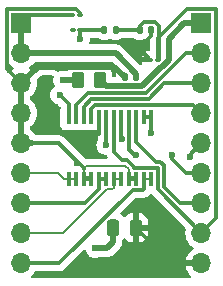
<source format=gbr>
%TF.GenerationSoftware,KiCad,Pcbnew,8.0.2-8.0.2-0~ubuntu22.04.1*%
%TF.CreationDate,2024-06-02T15:46:05+09:00*%
%TF.ProjectId,TB6211_ver2,54423632-3131-45f7-9665-72322e6b6963,rev?*%
%TF.SameCoordinates,Original*%
%TF.FileFunction,Copper,L1,Top*%
%TF.FilePolarity,Positive*%
%FSLAX46Y46*%
G04 Gerber Fmt 4.6, Leading zero omitted, Abs format (unit mm)*
G04 Created by KiCad (PCBNEW 8.0.2-8.0.2-0~ubuntu22.04.1) date 2024-06-02 15:46:05*
%MOMM*%
%LPD*%
G01*
G04 APERTURE LIST*
G04 Aperture macros list*
%AMRoundRect*
0 Rectangle with rounded corners*
0 $1 Rounding radius*
0 $2 $3 $4 $5 $6 $7 $8 $9 X,Y pos of 4 corners*
0 Add a 4 corners polygon primitive as box body*
4,1,4,$2,$3,$4,$5,$6,$7,$8,$9,$2,$3,0*
0 Add four circle primitives for the rounded corners*
1,1,$1+$1,$2,$3*
1,1,$1+$1,$4,$5*
1,1,$1+$1,$6,$7*
1,1,$1+$1,$8,$9*
0 Add four rect primitives between the rounded corners*
20,1,$1+$1,$2,$3,$4,$5,0*
20,1,$1+$1,$4,$5,$6,$7,0*
20,1,$1+$1,$6,$7,$8,$9,0*
20,1,$1+$1,$8,$9,$2,$3,0*%
G04 Aperture macros list end*
%TA.AperFunction,SMDPad,CuDef*%
%ADD10R,0.400000X1.200000*%
%TD*%
%TA.AperFunction,SMDPad,CuDef*%
%ADD11RoundRect,0.250000X-0.262500X-0.450000X0.262500X-0.450000X0.262500X0.450000X-0.262500X0.450000X0*%
%TD*%
%TA.AperFunction,SMDPad,CuDef*%
%ADD12RoundRect,0.250000X-0.250000X-0.475000X0.250000X-0.475000X0.250000X0.475000X-0.250000X0.475000X0*%
%TD*%
%TA.AperFunction,ComponentPad*%
%ADD13R,1.700000X1.700000*%
%TD*%
%TA.AperFunction,ComponentPad*%
%ADD14O,1.700000X1.700000*%
%TD*%
%TA.AperFunction,SMDPad,CuDef*%
%ADD15RoundRect,0.140000X-0.140000X-0.170000X0.140000X-0.170000X0.140000X0.170000X-0.140000X0.170000X0*%
%TD*%
%TA.AperFunction,SMDPad,CuDef*%
%ADD16RoundRect,0.100000X-0.130000X-0.100000X0.130000X-0.100000X0.130000X0.100000X-0.130000X0.100000X0*%
%TD*%
%TA.AperFunction,SMDPad,CuDef*%
%ADD17RoundRect,0.100000X0.130000X0.100000X-0.130000X0.100000X-0.130000X-0.100000X0.130000X-0.100000X0*%
%TD*%
%TA.AperFunction,ViaPad*%
%ADD18C,0.600000*%
%TD*%
%TA.AperFunction,Conductor*%
%ADD19C,0.300000*%
%TD*%
%TA.AperFunction,Conductor*%
%ADD20C,0.500000*%
%TD*%
%TA.AperFunction,Conductor*%
%ADD21C,0.200000*%
%TD*%
G04 APERTURE END LIST*
D10*
%TO.P,U1,24,VM1*%
%TO.N,Net-(U1-VM1)*%
X125507500Y-80900000D03*
%TO.P,U1,23,PWMA*%
%TO.N,PWMA*%
X126142500Y-80900000D03*
%TO.P,U1,22,AIN2*%
%TO.N,AIN2*%
X126777500Y-80900000D03*
%TO.P,U1,21,AIN1*%
%TO.N,AIN1*%
X127412500Y-80900000D03*
%TO.P,U1,20,Vcc*%
%TO.N,VCC*%
X128047500Y-80900000D03*
%TO.P,U1,19,STBY*%
%TO.N,STBY*%
X128682500Y-80900000D03*
%TO.P,U1,18,GND*%
%TO.N,sankaku*%
X129317500Y-80900000D03*
%TO.P,U1,17,BIN1*%
%TO.N,BIN1*%
X129952500Y-80900000D03*
%TO.P,U1,16,BIN2*%
%TO.N,BIN2*%
X130587500Y-80900000D03*
%TO.P,U1,15,PWMB*%
%TO.N,PWMB*%
X131222500Y-80900000D03*
%TO.P,U1,14,VM3*%
%TO.N,VM*%
X131857500Y-80900000D03*
%TO.P,U1,13,VM2*%
X132492500Y-80900000D03*
%TO.P,U1,12,BO1*%
%TO.N,Net-(Conn1-Pin_9)*%
X132492500Y-86100000D03*
%TO.P,U1,11,BO1*%
X131857500Y-86100000D03*
%TO.P,U1,10,PGND2*%
%TO.N,GND*%
X131222500Y-86100000D03*
%TO.P,U1,9,PGND2*%
X130587500Y-86100000D03*
%TO.P,U1,8,BO2*%
%TO.N,Net-(Conn1-Pin_8)*%
X129952500Y-86100000D03*
%TO.P,U1,7,BO2*%
X129317500Y-86100000D03*
%TO.P,U1,6,AO2*%
%TO.N,Net-(Conn1-Pin_7)*%
X128682500Y-86100000D03*
%TO.P,U1,5,AO2*%
X128047500Y-86100000D03*
%TO.P,U1,4,PGND1*%
%TO.N,GND*%
X127412500Y-86100000D03*
%TO.P,U1,3,PGND1*%
X126777500Y-86100000D03*
%TO.P,U1,2,AO1*%
%TO.N,Net-(Conn1-Pin_6)*%
X126142500Y-86100000D03*
%TO.P,U1,1,AO1*%
X125507500Y-86100000D03*
%TD*%
D11*
%TO.P,R1,1*%
%TO.N,Net-(J1-Pad1)*%
X126337500Y-77750000D03*
%TO.P,R1,2*%
%TO.N,STBY*%
X128162500Y-77750000D03*
%TD*%
D12*
%TO.P,J1,1*%
%TO.N,Net-(J1-Pad1)*%
X129300000Y-90250000D03*
%TO.P,J1,2*%
%TO.N,VCC*%
X131200000Y-90250000D03*
%TD*%
D13*
%TO.P,Conn2,1,Pin_1*%
%TO.N,STBY*%
X136750000Y-72930000D03*
D14*
%TO.P,Conn2,2,Pin_2*%
%TO.N,PWMA*%
X136750000Y-75470000D03*
%TO.P,Conn2,3,Pin_3*%
%TO.N,AIN2*%
X136750000Y-78010000D03*
%TO.P,Conn2,4,Pin_4*%
%TO.N,AIN1*%
X136750000Y-80550000D03*
%TO.P,Conn2,5,Pin_5*%
%TO.N,BIN1*%
X136750000Y-83090000D03*
%TO.P,Conn2,6,Pin_6*%
%TO.N,BIN2*%
X136750000Y-85630000D03*
%TO.P,Conn2,7,Pin_7*%
%TO.N,PWMB*%
X136750000Y-88170000D03*
%TO.P,Conn2,8,Pin_8*%
%TO.N,sankaku*%
X136750000Y-90710000D03*
%TO.P,Conn2,9,Pin_9*%
%TO.N,VCC*%
X136750000Y-93250000D03*
%TD*%
D13*
%TO.P,Conn1,1,Pin_1*%
%TO.N,VM*%
X121500000Y-72920000D03*
D14*
%TO.P,Conn1,2,Pin_2*%
X121500000Y-75460000D03*
%TO.P,Conn1,3,Pin_3*%
%TO.N,GND*%
X121500000Y-78000000D03*
%TO.P,Conn1,4,Pin_4*%
X121500000Y-80540000D03*
%TO.P,Conn1,5,Pin_5*%
X121500000Y-83080000D03*
%TO.P,Conn1,6,Pin_6*%
%TO.N,Net-(Conn1-Pin_6)*%
X121500000Y-85620000D03*
%TO.P,Conn1,7,Pin_7*%
%TO.N,Net-(Conn1-Pin_7)*%
X121500000Y-88160000D03*
%TO.P,Conn1,8,Pin_8*%
%TO.N,Net-(Conn1-Pin_8)*%
X121500000Y-90700000D03*
%TO.P,Conn1,9,Pin_9*%
%TO.N,Net-(Conn1-Pin_9)*%
X121500000Y-93240000D03*
%TD*%
D15*
%TO.P,C6,1*%
%TO.N,GND*%
X130270000Y-77500000D03*
%TO.P,C6,2*%
%TO.N,VM*%
X131230000Y-77500000D03*
%TD*%
D16*
%TO.P,C5,1*%
%TO.N,VM*%
X125835000Y-72250000D03*
%TO.P,C5,2*%
%TO.N,GND*%
X126475000Y-72250000D03*
%TD*%
D15*
%TO.P,C4,1*%
%TO.N,sankaku*%
X131540000Y-73500000D03*
%TO.P,C4,2*%
%TO.N,VCC*%
X132500000Y-73500000D03*
%TD*%
D16*
%TO.P,C3,1*%
%TO.N,VCC*%
X132430000Y-76000000D03*
%TO.P,C3,2*%
%TO.N,sankaku*%
X133070000Y-76000000D03*
%TD*%
D15*
%TO.P,C2,1*%
%TO.N,Net-(U1-VM1)*%
X128540000Y-73500000D03*
%TO.P,C2,2*%
%TO.N,sankaku*%
X129500000Y-73500000D03*
%TD*%
D17*
%TO.P,C1,1*%
%TO.N,Net-(U1-VM1)*%
X126500000Y-73500000D03*
%TO.P,C1,2*%
%TO.N,sankaku*%
X125860000Y-73500000D03*
%TD*%
D18*
%TO.N,STBY*%
X128667500Y-83250000D03*
%TO.N,VM*%
X132500000Y-82250000D03*
%TO.N,BIN2*%
X131200000Y-84100000D03*
X134290380Y-84100000D03*
%TO.N,BIN1*%
X135750000Y-84250000D03*
X130000000Y-82750000D03*
%TO.N,Net-(J1-Pad1)*%
X125000000Y-77750000D03*
X127750000Y-92000000D03*
%TO.N,VCC*%
X131250000Y-75250000D03*
X131250000Y-88500000D03*
X128000000Y-82250000D03*
%TO.N,Net-(U1-VM1)*%
X126500000Y-74250000D03*
X124750000Y-79000000D03*
%TD*%
D19*
%TO.N,STBY*%
X128682500Y-83235000D02*
X128667500Y-83250000D01*
X128682500Y-80900000D02*
X128682500Y-83235000D01*
%TO.N,sankaku*%
X136750000Y-90710000D02*
X136750000Y-91000000D01*
X133070000Y-76000000D02*
X133070000Y-74210000D01*
X133070000Y-74210000D02*
X135550000Y-71730000D01*
X135550000Y-71730000D02*
X137950000Y-71730000D01*
X137950000Y-71730000D02*
X138000000Y-71780000D01*
X138000000Y-71780000D02*
X138000000Y-89460000D01*
X138000000Y-89460000D02*
X136750000Y-90710000D01*
%TO.N,GND*%
X126475000Y-72250000D02*
X126475000Y-72020832D01*
X126475000Y-72020832D02*
X126154168Y-71700000D01*
X126154168Y-71700000D02*
X120320000Y-71700000D01*
X120320000Y-71700000D02*
X120300000Y-71720000D01*
X120300000Y-71720000D02*
X120300000Y-76800000D01*
X120300000Y-76800000D02*
X121500000Y-78000000D01*
%TO.N,VM*%
X132492500Y-82242500D02*
X132500000Y-82250000D01*
X132492500Y-80900000D02*
X132492500Y-82242500D01*
X131857500Y-80900000D02*
X132492500Y-80900000D01*
%TO.N,PWMB*%
X136750000Y-88170000D02*
X134920000Y-88170000D01*
X134920000Y-88170000D02*
X133542500Y-86792500D01*
X133542500Y-86792500D02*
X133542500Y-84942893D01*
X133542500Y-84942893D02*
X133249607Y-84650000D01*
X133249607Y-84650000D02*
X132900000Y-84650000D01*
X132900000Y-84650000D02*
X131222500Y-82972500D01*
X131222500Y-82972500D02*
X131222500Y-80900000D01*
%TO.N,BIN2*%
X134290380Y-84100000D02*
X134290380Y-84459619D01*
X134290380Y-84459619D02*
X135460761Y-85630000D01*
X135460761Y-85630000D02*
X136750000Y-85630000D01*
X131200000Y-84100000D02*
X131100000Y-84100000D01*
X131100000Y-84100000D02*
X130650000Y-83650000D01*
X130650000Y-80962500D02*
X130587500Y-80900000D01*
X130650000Y-83650000D02*
X130650000Y-80962500D01*
%TO.N,BIN1*%
X135750000Y-84250000D02*
X135750000Y-84090000D01*
X135750000Y-84090000D02*
X136750000Y-83090000D01*
X130000000Y-82750000D02*
X129952500Y-82702500D01*
X129952500Y-82702500D02*
X129952500Y-80900000D01*
D20*
%TO.N,Net-(J1-Pad1)*%
X127750000Y-92000000D02*
X128750000Y-92000000D01*
X128750000Y-92000000D02*
X129300000Y-91450000D01*
X129300000Y-91450000D02*
X129300000Y-90250000D01*
X126337500Y-77750000D02*
X125000000Y-77750000D01*
D19*
%TO.N,sankaku*%
X131540000Y-73500000D02*
X131540000Y-73190001D01*
X131540000Y-73190001D02*
X131890001Y-72840000D01*
X131890001Y-72840000D02*
X132846846Y-72840000D01*
X132846846Y-72840000D02*
X133130000Y-73123154D01*
X133130000Y-73123154D02*
X133130000Y-75940000D01*
X133130000Y-75940000D02*
X133070000Y-76000000D01*
%TO.N,VCC*%
X131250000Y-75250000D02*
X132500000Y-74000000D01*
X132500000Y-74000000D02*
X132500000Y-73500000D01*
X131250000Y-75250000D02*
X131680000Y-75250000D01*
X131680000Y-75250000D02*
X132430000Y-76000000D01*
X131250000Y-90200000D02*
X131200000Y-90250000D01*
X128047500Y-80900000D02*
X128047500Y-82202500D01*
X128047500Y-82202500D02*
X128000000Y-82250000D01*
X131250000Y-88500000D02*
X131250000Y-90200000D01*
%TO.N,Net-(U1-VM1)*%
X125507500Y-80900000D02*
X125507500Y-79757500D01*
X125507500Y-79757500D02*
X124750000Y-79000000D01*
X126500000Y-74250000D02*
X126500000Y-73500000D01*
%TO.N,sankaku*%
X136750000Y-90710000D02*
X133042500Y-87002500D01*
X130050000Y-84550000D02*
X129317500Y-83817500D01*
X133042500Y-87002500D02*
X133042500Y-85150000D01*
X133042500Y-85150000D02*
X131037500Y-85150000D01*
X131037500Y-85150000D02*
X131037500Y-85113604D01*
X131037500Y-85113604D02*
X130473896Y-84550000D01*
X129317500Y-83817500D02*
X129317500Y-80900000D01*
X130473896Y-84550000D02*
X130050000Y-84550000D01*
%TO.N,VCC*%
X131200000Y-90250000D02*
X134200000Y-93250000D01*
X134200000Y-93250000D02*
X136750000Y-93250000D01*
%TO.N,Net-(Conn1-Pin_9)*%
X121500000Y-93240000D02*
X124729544Y-93240000D01*
X124729544Y-93240000D02*
X130919544Y-87050000D01*
X130919544Y-87050000D02*
X131807500Y-87050000D01*
X131807500Y-87050000D02*
X131857500Y-87000000D01*
X131857500Y-87000000D02*
X131857500Y-86100000D01*
D21*
%TO.N,Net-(Conn1-Pin_8)*%
X129317500Y-86100000D02*
X129317500Y-86865000D01*
X129317500Y-86865000D02*
X129182500Y-87000000D01*
X125050000Y-90700000D02*
X121500000Y-90700000D01*
X129182500Y-87000000D02*
X128750000Y-87000000D01*
X128750000Y-87000000D02*
X125050000Y-90700000D01*
D19*
%TO.N,Net-(Conn1-Pin_7)*%
X128047500Y-86100000D02*
X128682500Y-86100000D01*
X128047500Y-86100000D02*
X128047500Y-87000000D01*
X128047500Y-87000000D02*
X126887500Y-88160000D01*
X126887500Y-88160000D02*
X121500000Y-88160000D01*
%TO.N,AIN1*%
X127412500Y-80900000D02*
X127412500Y-80197500D01*
X127412500Y-80197500D02*
X127750000Y-79860000D01*
X136060000Y-79860000D02*
X127750000Y-79860000D01*
X136750000Y-80550000D02*
X136060000Y-79860000D01*
%TO.N,AIN2*%
X126777500Y-80900000D02*
X126777500Y-80000000D01*
X133626222Y-78010000D02*
X136750000Y-78010000D01*
X126777500Y-80000000D02*
X127417500Y-79360000D01*
X127417500Y-79360000D02*
X132276222Y-79360000D01*
X132276222Y-79360000D02*
X133626222Y-78010000D01*
%TO.N,PWMA*%
X136750000Y-75470000D02*
X135459116Y-75470000D01*
X135459116Y-75470000D02*
X132069116Y-78860000D01*
X132069116Y-78860000D02*
X127140000Y-78860000D01*
X127140000Y-78860000D02*
X126142500Y-79857500D01*
X126142500Y-79857500D02*
X126142500Y-80900000D01*
D20*
%TO.N,STBY*%
X136750000Y-72930000D02*
X135320000Y-72930000D01*
X134000000Y-74250000D02*
X134000000Y-76080588D01*
X135320000Y-72930000D02*
X134000000Y-74250000D01*
X134000000Y-76080588D02*
X133430588Y-76650000D01*
X133430588Y-76650000D02*
X133350000Y-76650000D01*
X133350000Y-76650000D02*
X131740000Y-78260000D01*
X131740000Y-78260000D02*
X128672500Y-78260000D01*
X128672500Y-78260000D02*
X128162500Y-77750000D01*
D19*
%TO.N,sankaku*%
X129500000Y-73500000D02*
X131540000Y-73500000D01*
%TO.N,Net-(U1-VM1)*%
X126500000Y-73500000D02*
X128540000Y-73500000D01*
%TO.N,VM*%
X125835000Y-72250000D02*
X122170000Y-72250000D01*
X122170000Y-72250000D02*
X121500000Y-72920000D01*
D20*
%TO.N,GND*%
X130270000Y-77500000D02*
X129370000Y-76600000D01*
X129370000Y-76600000D02*
X122900000Y-76600000D01*
X122900000Y-76600000D02*
X121500000Y-78000000D01*
X121500000Y-78000000D02*
X121500000Y-83080000D01*
%TO.N,VM*%
X121500000Y-75460000D02*
X129499999Y-75460000D01*
X129499999Y-75460000D02*
X131230000Y-77190001D01*
X131230000Y-77190001D02*
X131230000Y-77500000D01*
X121500000Y-72920000D02*
X121500000Y-75460000D01*
D21*
%TO.N,GND*%
X126777500Y-86100000D02*
X126777500Y-85250000D01*
X126777500Y-85250000D02*
X126777500Y-85222500D01*
D19*
X121500000Y-83080000D02*
X124657500Y-83080000D01*
X124657500Y-83080000D02*
X126777500Y-85200000D01*
X126777500Y-85200000D02*
X126777500Y-85250000D01*
D21*
X126777500Y-85222500D02*
X127000000Y-85000000D01*
X130287500Y-85000000D02*
X130587500Y-85300000D01*
X127000000Y-85000000D02*
X130287500Y-85000000D01*
X130587500Y-85300000D02*
X130587500Y-86100000D01*
%TO.N,Net-(Conn1-Pin_6)*%
X125507500Y-86100000D02*
X125100000Y-86100000D01*
X125100000Y-86100000D02*
X124620000Y-85620000D01*
X124620000Y-85620000D02*
X121500000Y-85620000D01*
X125507500Y-86100000D02*
X126142500Y-86100000D01*
%TO.N,Net-(Conn1-Pin_9)*%
X132492500Y-86100000D02*
X131857500Y-86100000D01*
%TO.N,Net-(Conn1-Pin_8)*%
X129317500Y-86100000D02*
X129952500Y-86100000D01*
%TO.N,GND*%
X130587500Y-86100000D02*
X131222500Y-86100000D01*
X127412500Y-86100000D02*
X126777500Y-86100000D01*
%TD*%
%TA.AperFunction,Conductor*%
%TO.N,GND*%
G36*
X127290039Y-85919685D02*
G01*
X127335794Y-85972489D01*
X127347000Y-86023999D01*
X127347001Y-86175999D01*
X127327317Y-86243039D01*
X127274513Y-86288794D01*
X127223001Y-86300000D01*
X126966999Y-86300000D01*
X126899960Y-86280315D01*
X126854205Y-86227511D01*
X126842999Y-86176000D01*
X126842999Y-86024000D01*
X126862684Y-85956961D01*
X126915488Y-85911206D01*
X126966999Y-85900000D01*
X127223000Y-85900000D01*
X127290039Y-85919685D01*
G37*
%TD.AperFunction*%
%TA.AperFunction,Conductor*%
G36*
X131100039Y-85919685D02*
G01*
X131145794Y-85972489D01*
X131157000Y-86023999D01*
X131157001Y-86175999D01*
X131137317Y-86243039D01*
X131084513Y-86288794D01*
X131033001Y-86300000D01*
X130776999Y-86300000D01*
X130709960Y-86280315D01*
X130664205Y-86227511D01*
X130652999Y-86176000D01*
X130652999Y-86024000D01*
X130672684Y-85956961D01*
X130725488Y-85911206D01*
X130776999Y-85900000D01*
X131033000Y-85900000D01*
X131100039Y-85919685D01*
G37*
%TD.AperFunction*%
%TA.AperFunction,Conductor*%
G36*
X122430826Y-82841205D02*
G01*
X122548262Y-82894838D01*
X122615301Y-82914523D01*
X122615305Y-82914524D01*
X122757721Y-82935000D01*
X124659571Y-82935000D01*
X124683762Y-82937383D01*
X124687809Y-82938188D01*
X124711070Y-82945244D01*
X124714899Y-82946830D01*
X124736326Y-82958281D01*
X124739772Y-82960583D01*
X124758573Y-82976011D01*
X126503183Y-84720622D01*
X126503200Y-84720638D01*
X126503204Y-84720641D01*
X126526636Y-84741689D01*
X126543445Y-84756787D01*
X126551676Y-84763420D01*
X126564089Y-84773423D01*
X126567799Y-84776098D01*
X126570579Y-84778102D01*
X126613444Y-84833277D01*
X126619676Y-84902868D01*
X126587294Y-84964781D01*
X126526580Y-84999358D01*
X126511313Y-85001972D01*
X126475598Y-85005812D01*
X126449090Y-85005812D01*
X126390373Y-84999500D01*
X126390367Y-84999500D01*
X126106693Y-84999500D01*
X126039654Y-84979815D01*
X125993899Y-84927011D01*
X125983009Y-84884346D01*
X125979356Y-84833277D01*
X125972806Y-84741690D01*
X125922524Y-84606881D01*
X125889039Y-84545558D01*
X125802815Y-84430377D01*
X125802810Y-84430372D01*
X125802805Y-84430366D01*
X124781830Y-83409392D01*
X124781815Y-83409377D01*
X124781791Y-83409355D01*
X124741573Y-83373228D01*
X124741561Y-83373218D01*
X124720910Y-83356576D01*
X124677028Y-83324933D01*
X124546154Y-83265163D01*
X124479109Y-83245476D01*
X124402899Y-83234519D01*
X124336692Y-83225000D01*
X122757722Y-83225000D01*
X122660083Y-83234519D01*
X122660078Y-83234519D01*
X122660077Y-83234520D01*
X122613083Y-83243771D01*
X122613081Y-83243771D01*
X122519131Y-83271966D01*
X122519130Y-83271966D01*
X122449528Y-83312892D01*
X122386678Y-83330000D01*
X121933012Y-83330000D01*
X121965925Y-83272993D01*
X122000000Y-83145826D01*
X122000000Y-83014174D01*
X121965925Y-82887007D01*
X121933012Y-82830000D01*
X122379315Y-82830000D01*
X122430826Y-82841205D01*
G37*
%TD.AperFunction*%
%TA.AperFunction,Conductor*%
G36*
X121750000Y-81684054D02*
G01*
X121748738Y-81701699D01*
X121745000Y-81727696D01*
X121745000Y-81892295D01*
X121749415Y-81937585D01*
X121750000Y-81949616D01*
X121750000Y-82646988D01*
X121692993Y-82614075D01*
X121565826Y-82580000D01*
X121434174Y-82580000D01*
X121307007Y-82614075D01*
X121250000Y-82646988D01*
X121250000Y-81935943D01*
X121251262Y-81918297D01*
X121251395Y-81917368D01*
X121255000Y-81892298D01*
X121255000Y-81727700D01*
X121250585Y-81682413D01*
X121250000Y-81670382D01*
X121250000Y-80973012D01*
X121307007Y-81005925D01*
X121434174Y-81040000D01*
X121565826Y-81040000D01*
X121692993Y-81005925D01*
X121750000Y-80973012D01*
X121750000Y-81684054D01*
G37*
%TD.AperFunction*%
%TA.AperFunction,Conductor*%
G36*
X121750000Y-79144054D02*
G01*
X121748738Y-79161699D01*
X121745000Y-79187696D01*
X121745000Y-79352295D01*
X121749415Y-79397585D01*
X121750000Y-79409616D01*
X121750000Y-80106988D01*
X121692993Y-80074075D01*
X121565826Y-80040000D01*
X121434174Y-80040000D01*
X121307007Y-80074075D01*
X121250000Y-80106988D01*
X121250000Y-79395943D01*
X121251262Y-79378297D01*
X121251395Y-79377368D01*
X121255000Y-79352298D01*
X121255000Y-79187700D01*
X121250585Y-79142413D01*
X121250000Y-79130382D01*
X121250000Y-78433012D01*
X121307007Y-78465925D01*
X121434174Y-78500000D01*
X121565826Y-78500000D01*
X121692993Y-78465925D01*
X121750000Y-78433012D01*
X121750000Y-79144054D01*
G37*
%TD.AperFunction*%
%TA.AperFunction,Conductor*%
G36*
X129204808Y-76230185D02*
G01*
X129225450Y-76246819D01*
X129679085Y-76700454D01*
X129712570Y-76761777D01*
X129707586Y-76831469D01*
X129679086Y-76875816D01*
X129620282Y-76934620D01*
X129620278Y-76934625D01*
X129537969Y-77073803D01*
X129492854Y-77229089D01*
X129492854Y-77229092D01*
X129490000Y-77265355D01*
X129490000Y-77385500D01*
X129470315Y-77452539D01*
X129417511Y-77498294D01*
X129366000Y-77509500D01*
X129299499Y-77509500D01*
X129232460Y-77489815D01*
X129186705Y-77437011D01*
X129175499Y-77385500D01*
X129175499Y-77249998D01*
X129175498Y-77249981D01*
X129164999Y-77147203D01*
X129164998Y-77147200D01*
X129154414Y-77115260D01*
X129109814Y-76980666D01*
X129017712Y-76831344D01*
X128893656Y-76707288D01*
X128774893Y-76634035D01*
X128744336Y-76615187D01*
X128744331Y-76615185D01*
X128742862Y-76614698D01*
X128577797Y-76560001D01*
X128577795Y-76560000D01*
X128475010Y-76549500D01*
X127849998Y-76549500D01*
X127849980Y-76549501D01*
X127747203Y-76560000D01*
X127747200Y-76560001D01*
X127580668Y-76615185D01*
X127580663Y-76615187D01*
X127431342Y-76707289D01*
X127337681Y-76800951D01*
X127276358Y-76834436D01*
X127206666Y-76829452D01*
X127162319Y-76800951D01*
X127068657Y-76707289D01*
X127068656Y-76707288D01*
X126949893Y-76634035D01*
X126919336Y-76615187D01*
X126919331Y-76615185D01*
X126917862Y-76614698D01*
X126752797Y-76560001D01*
X126752795Y-76560000D01*
X126650010Y-76549500D01*
X126024998Y-76549500D01*
X126024980Y-76549501D01*
X125922203Y-76560000D01*
X125922200Y-76560001D01*
X125755668Y-76615185D01*
X125755663Y-76615187D01*
X125606342Y-76707289D01*
X125482289Y-76831342D01*
X125464993Y-76859384D01*
X125418585Y-76934625D01*
X125414901Y-76940597D01*
X125362953Y-76987321D01*
X125309362Y-76999500D01*
X125299972Y-76999500D01*
X125259017Y-76992542D01*
X125179254Y-76964631D01*
X125179249Y-76964630D01*
X125000004Y-76944435D01*
X124999996Y-76944435D01*
X124820750Y-76964630D01*
X124820742Y-76964632D01*
X124645861Y-77025826D01*
X124576083Y-77029387D01*
X124523704Y-77002496D01*
X124457276Y-76944935D01*
X124457268Y-76944930D01*
X124326402Y-76885164D01*
X124326397Y-76885162D01*
X124326396Y-76885162D01*
X124259357Y-76865477D01*
X124259359Y-76865477D01*
X124259354Y-76865476D01*
X124204427Y-76857579D01*
X124116937Y-76845000D01*
X123262230Y-76845000D01*
X123262228Y-76845000D01*
X123208179Y-76847897D01*
X123208178Y-76847897D01*
X123181850Y-76850728D01*
X123128429Y-76859384D01*
X123128427Y-76859385D01*
X122993632Y-76909656D01*
X122993629Y-76909657D01*
X122932295Y-76943146D01*
X122932288Y-76943150D01*
X122932282Y-76943154D01*
X122817114Y-77029367D01*
X122817103Y-77029377D01*
X122715515Y-77130965D01*
X122654192Y-77164449D01*
X122584500Y-77159465D01*
X122540153Y-77130964D01*
X122371078Y-76961890D01*
X122185405Y-76831879D01*
X122141780Y-76777302D01*
X122134588Y-76707804D01*
X122166110Y-76645449D01*
X122185406Y-76628730D01*
X122371401Y-76498495D01*
X122538495Y-76331401D01*
X122586127Y-76263376D01*
X122640704Y-76219751D01*
X122687701Y-76210500D01*
X129137769Y-76210500D01*
X129204808Y-76230185D01*
G37*
%TD.AperFunction*%
%TA.AperFunction,Conductor*%
G36*
X120455703Y-76326045D02*
G01*
X120462181Y-76332077D01*
X120628599Y-76498495D01*
X120795252Y-76615187D01*
X120814594Y-76628730D01*
X120858219Y-76683307D01*
X120865413Y-76752805D01*
X120833890Y-76815160D01*
X120814595Y-76831880D01*
X120628922Y-76961890D01*
X120628920Y-76961891D01*
X120462181Y-77128631D01*
X120400858Y-77162116D01*
X120331166Y-77157132D01*
X120275233Y-77115260D01*
X120250816Y-77049796D01*
X120250500Y-77040950D01*
X120250500Y-76419758D01*
X120270185Y-76352719D01*
X120322989Y-76306964D01*
X120392147Y-76297020D01*
X120455703Y-76326045D01*
G37*
%TD.AperFunction*%
%TD*%
%TA.AperFunction,Conductor*%
%TO.N,VCC*%
G36*
X132492083Y-87387876D02*
G01*
X132536431Y-87416377D01*
X135402290Y-90282236D01*
X135435775Y-90343559D01*
X135434384Y-90402008D01*
X135414937Y-90474589D01*
X135414937Y-90474590D01*
X135394341Y-90709999D01*
X135394341Y-90710000D01*
X135414936Y-90945403D01*
X135414938Y-90945413D01*
X135476094Y-91173655D01*
X135476096Y-91173659D01*
X135476097Y-91173663D01*
X135571302Y-91377830D01*
X135575965Y-91387830D01*
X135575967Y-91387834D01*
X135711501Y-91581395D01*
X135711506Y-91581402D01*
X135878597Y-91748493D01*
X135878603Y-91748498D01*
X136064594Y-91878730D01*
X136108219Y-91933307D01*
X136115413Y-92002805D01*
X136083890Y-92065160D01*
X136064595Y-92081880D01*
X135878922Y-92211890D01*
X135878920Y-92211891D01*
X135711891Y-92378920D01*
X135711886Y-92378926D01*
X135576400Y-92572420D01*
X135576399Y-92572422D01*
X135476570Y-92786507D01*
X135476567Y-92786513D01*
X135419364Y-92999999D01*
X135419364Y-93000000D01*
X136316988Y-93000000D01*
X136284075Y-93057007D01*
X136250000Y-93184174D01*
X136250000Y-93315826D01*
X136284075Y-93442993D01*
X136316988Y-93500000D01*
X135419364Y-93500000D01*
X135476567Y-93713486D01*
X135476570Y-93713492D01*
X135576399Y-93927578D01*
X135711894Y-94121082D01*
X135878631Y-94287819D01*
X135912116Y-94349142D01*
X135907132Y-94418834D01*
X135865260Y-94474767D01*
X135799796Y-94499184D01*
X135790950Y-94499500D01*
X122448705Y-94499500D01*
X122381666Y-94479815D01*
X122335911Y-94427011D01*
X122325967Y-94357853D01*
X122354992Y-94294297D01*
X122368993Y-94280516D01*
X122371396Y-94278498D01*
X122371401Y-94278495D01*
X122538495Y-94111401D01*
X122656147Y-93943377D01*
X122710724Y-93899752D01*
X122757722Y-93890500D01*
X124793615Y-93890500D01*
X124878159Y-93873682D01*
X124919288Y-93865501D01*
X125037671Y-93816465D01*
X125144213Y-93745277D01*
X126759146Y-92130342D01*
X126820467Y-92096859D01*
X126890158Y-92101843D01*
X126946092Y-92143714D01*
X126963866Y-92177070D01*
X127024209Y-92349519D01*
X127058281Y-92403744D01*
X127120184Y-92502262D01*
X127247738Y-92629816D01*
X127338080Y-92686582D01*
X127393903Y-92721658D01*
X127400478Y-92725789D01*
X127471098Y-92750500D01*
X127570745Y-92785368D01*
X127570750Y-92785369D01*
X127749996Y-92805565D01*
X127750000Y-92805565D01*
X127750004Y-92805565D01*
X127929249Y-92785369D01*
X127929252Y-92785368D01*
X127929255Y-92785368D01*
X128009017Y-92757457D01*
X128049972Y-92750500D01*
X128823920Y-92750500D01*
X128921462Y-92731096D01*
X128968913Y-92721658D01*
X129105495Y-92665084D01*
X129158277Y-92629816D01*
X129228416Y-92582952D01*
X129882951Y-91928416D01*
X129965084Y-91805495D01*
X130021658Y-91668913D01*
X130030293Y-91625501D01*
X130050500Y-91523918D01*
X130050500Y-91337230D01*
X130070185Y-91270191D01*
X130086819Y-91249549D01*
X130110373Y-91225995D01*
X130142712Y-91193656D01*
X130144752Y-91190347D01*
X130146745Y-91188555D01*
X130147193Y-91187989D01*
X130147289Y-91188065D01*
X130196694Y-91143623D01*
X130265656Y-91132395D01*
X130329740Y-91160234D01*
X130355829Y-91190339D01*
X130357681Y-91193341D01*
X130357683Y-91193344D01*
X130481654Y-91317315D01*
X130630875Y-91409356D01*
X130630880Y-91409358D01*
X130797302Y-91464505D01*
X130797309Y-91464506D01*
X130900019Y-91474999D01*
X131450000Y-91474999D01*
X131499972Y-91474999D01*
X131499986Y-91474998D01*
X131602697Y-91464505D01*
X131769119Y-91409358D01*
X131769124Y-91409356D01*
X131918345Y-91317315D01*
X132042315Y-91193345D01*
X132134356Y-91044124D01*
X132134358Y-91044119D01*
X132189505Y-90877697D01*
X132189506Y-90877690D01*
X132199999Y-90774986D01*
X132200000Y-90774973D01*
X132200000Y-90500000D01*
X131450000Y-90500000D01*
X131450000Y-91474999D01*
X130900019Y-91474999D01*
X130949999Y-91474998D01*
X130950000Y-91474998D01*
X130950000Y-90000000D01*
X131450000Y-90000000D01*
X132199999Y-90000000D01*
X132199999Y-89725028D01*
X132199998Y-89725013D01*
X132189505Y-89622302D01*
X132134358Y-89455880D01*
X132134356Y-89455875D01*
X132042315Y-89306654D01*
X131918345Y-89182684D01*
X131769124Y-89090643D01*
X131769119Y-89090641D01*
X131602697Y-89035494D01*
X131602690Y-89035493D01*
X131499986Y-89025000D01*
X131450000Y-89025000D01*
X131450000Y-90000000D01*
X130950000Y-90000000D01*
X130950000Y-89025000D01*
X130949999Y-89024999D01*
X130900029Y-89025000D01*
X130900011Y-89025001D01*
X130797302Y-89035494D01*
X130630880Y-89090641D01*
X130630875Y-89090643D01*
X130481654Y-89182684D01*
X130357683Y-89306655D01*
X130357679Y-89306660D01*
X130355826Y-89309665D01*
X130354018Y-89311290D01*
X130353202Y-89312323D01*
X130353025Y-89312183D01*
X130303874Y-89356385D01*
X130234911Y-89367601D01*
X130170831Y-89339752D01*
X130144753Y-89309653D01*
X130144737Y-89309628D01*
X130142712Y-89306344D01*
X130018656Y-89182288D01*
X130018655Y-89182287D01*
X129959494Y-89145796D01*
X129912770Y-89093848D01*
X129901549Y-89024885D01*
X129929392Y-88960803D01*
X129936899Y-88952589D01*
X131152671Y-87736819D01*
X131213994Y-87703334D01*
X131240352Y-87700500D01*
X131871571Y-87700500D01*
X131956115Y-87683682D01*
X131997244Y-87675501D01*
X132115627Y-87626465D01*
X132125024Y-87620186D01*
X132154484Y-87600502D01*
X132154485Y-87600502D01*
X132215733Y-87559577D01*
X132222169Y-87555277D01*
X132361070Y-87416375D01*
X132422391Y-87382892D01*
X132492083Y-87387876D01*
G37*
%TD.AperFunction*%
%TA.AperFunction,Conductor*%
G36*
X124183976Y-77370185D02*
G01*
X124229731Y-77422989D01*
X124239675Y-77492147D01*
X124233978Y-77515455D01*
X124214633Y-77570737D01*
X124214630Y-77570750D01*
X124194435Y-77749996D01*
X124194435Y-77750003D01*
X124214630Y-77929249D01*
X124214631Y-77929254D01*
X124274211Y-78099523D01*
X124322674Y-78176651D01*
X124341674Y-78243888D01*
X124321306Y-78310723D01*
X124283654Y-78347616D01*
X124247736Y-78370185D01*
X124120184Y-78497737D01*
X124024211Y-78650476D01*
X123964631Y-78820745D01*
X123964630Y-78820750D01*
X123944435Y-78999996D01*
X123944435Y-79000003D01*
X123964630Y-79179249D01*
X123964631Y-79179254D01*
X124024211Y-79349523D01*
X124119708Y-79501505D01*
X124120184Y-79502262D01*
X124247738Y-79629816D01*
X124400478Y-79725789D01*
X124570745Y-79785368D01*
X124577974Y-79786182D01*
X124642388Y-79813246D01*
X124651776Y-79821722D01*
X124813879Y-79983825D01*
X124847364Y-80045148D01*
X124842380Y-80114838D01*
X124813409Y-80192514D01*
X124813408Y-80192516D01*
X124807001Y-80252116D01*
X124807000Y-80252135D01*
X124807000Y-81547870D01*
X124807001Y-81547876D01*
X124813408Y-81607483D01*
X124863702Y-81742328D01*
X124863706Y-81742335D01*
X124949952Y-81857544D01*
X124949955Y-81857547D01*
X125065164Y-81943793D01*
X125065171Y-81943797D01*
X125100166Y-81956849D01*
X125200017Y-81994091D01*
X125259627Y-82000500D01*
X125755372Y-82000499D01*
X125755374Y-82000498D01*
X125755388Y-82000498D01*
X125795557Y-81996179D01*
X125811746Y-81994439D01*
X125838254Y-81994439D01*
X125894627Y-82000500D01*
X126390372Y-82000499D01*
X126390374Y-82000498D01*
X126390388Y-82000498D01*
X126430557Y-81996179D01*
X126446746Y-81994439D01*
X126473254Y-81994439D01*
X126529627Y-82000500D01*
X127025372Y-82000499D01*
X127025374Y-82000498D01*
X127025388Y-82000498D01*
X127065557Y-81996179D01*
X127081746Y-81994439D01*
X127108254Y-81994439D01*
X127164627Y-82000500D01*
X127660372Y-82000499D01*
X127719099Y-81994186D01*
X127745601Y-81994187D01*
X127799655Y-81999999D01*
X127799672Y-82000000D01*
X127908000Y-82000000D01*
X127975039Y-82019685D01*
X128020794Y-82072489D01*
X128032000Y-82124000D01*
X128032000Y-82721059D01*
X128012994Y-82787031D01*
X127941711Y-82900476D01*
X127882131Y-83070745D01*
X127882130Y-83070750D01*
X127861935Y-83249996D01*
X127861935Y-83250003D01*
X127882130Y-83429249D01*
X127882131Y-83429254D01*
X127941711Y-83599523D01*
X128027597Y-83736209D01*
X128037684Y-83752262D01*
X128165238Y-83879816D01*
X128224448Y-83917020D01*
X128297912Y-83963181D01*
X128317978Y-83975789D01*
X128412787Y-84008964D01*
X128488245Y-84035368D01*
X128488250Y-84035369D01*
X128581338Y-84045857D01*
X128641506Y-84052636D01*
X128705920Y-84079702D01*
X128736702Y-84121033D01*
X128738162Y-84120253D01*
X128741035Y-84125629D01*
X128795145Y-84206610D01*
X128816023Y-84273287D01*
X128797538Y-84340667D01*
X128745559Y-84387357D01*
X128692043Y-84399500D01*
X127086670Y-84399500D01*
X127086654Y-84399499D01*
X127079058Y-84399499D01*
X126948307Y-84399499D01*
X126881268Y-84379814D01*
X126860626Y-84363180D01*
X125072174Y-82574727D01*
X125072173Y-82574726D01*
X125072169Y-82574723D01*
X124965627Y-82503535D01*
X124847244Y-82454499D01*
X124847238Y-82454497D01*
X124721571Y-82429500D01*
X124721569Y-82429500D01*
X122757721Y-82429500D01*
X122690682Y-82409815D01*
X122656146Y-82376623D01*
X122538494Y-82208597D01*
X122371404Y-82041507D01*
X122303375Y-81993872D01*
X122259751Y-81939294D01*
X122250500Y-81892298D01*
X122250500Y-81727700D01*
X122270185Y-81660661D01*
X122303375Y-81626126D01*
X122371401Y-81578495D01*
X122538495Y-81411401D01*
X122674035Y-81217830D01*
X122773903Y-81003663D01*
X122835063Y-80775408D01*
X122855659Y-80540000D01*
X122835063Y-80304592D01*
X122773903Y-80076337D01*
X122674035Y-79862171D01*
X122645713Y-79821722D01*
X122538494Y-79668597D01*
X122371404Y-79501507D01*
X122303375Y-79453872D01*
X122259751Y-79399294D01*
X122250500Y-79352298D01*
X122250500Y-79187700D01*
X122270185Y-79120661D01*
X122303375Y-79086126D01*
X122371401Y-79038495D01*
X122538495Y-78871401D01*
X122674035Y-78677830D01*
X122773903Y-78463663D01*
X122835063Y-78235408D01*
X122855659Y-78000000D01*
X122837022Y-77786985D01*
X122850788Y-77718486D01*
X122872863Y-77688504D01*
X123174550Y-77386816D01*
X123235872Y-77353334D01*
X123262230Y-77350500D01*
X124116937Y-77350500D01*
X124183976Y-77370185D01*
G37*
%TD.AperFunction*%
%TA.AperFunction,Conductor*%
G36*
X127990715Y-74170185D02*
G01*
X127999676Y-74176520D01*
X128004310Y-74180114D01*
X128004313Y-74180117D01*
X128143605Y-74262494D01*
X128183522Y-74274091D01*
X128299002Y-74307642D01*
X128299005Y-74307642D01*
X128299007Y-74307643D01*
X128335310Y-74310500D01*
X128335318Y-74310500D01*
X128744682Y-74310500D01*
X128744690Y-74310500D01*
X128780993Y-74307643D01*
X128780995Y-74307642D01*
X128780997Y-74307642D01*
X128821975Y-74295736D01*
X128936395Y-74262494D01*
X128956879Y-74250379D01*
X129024601Y-74233196D01*
X129083119Y-74250379D01*
X129103605Y-74262494D01*
X129103607Y-74262494D01*
X129103608Y-74262495D01*
X129259002Y-74307642D01*
X129259005Y-74307642D01*
X129259007Y-74307643D01*
X129295310Y-74310500D01*
X129295318Y-74310500D01*
X129704682Y-74310500D01*
X129704690Y-74310500D01*
X129740993Y-74307643D01*
X129740995Y-74307642D01*
X129740997Y-74307642D01*
X129781975Y-74295736D01*
X129896395Y-74262494D01*
X130035687Y-74180117D01*
X130035692Y-74180111D01*
X130040324Y-74176520D01*
X130105361Y-74150986D01*
X130116324Y-74150500D01*
X130923676Y-74150500D01*
X130990715Y-74170185D01*
X130999676Y-74176520D01*
X131004310Y-74180114D01*
X131004313Y-74180117D01*
X131143605Y-74262494D01*
X131183522Y-74274091D01*
X131299002Y-74307642D01*
X131299005Y-74307642D01*
X131299007Y-74307643D01*
X131335310Y-74310500D01*
X131335318Y-74310500D01*
X131744682Y-74310500D01*
X131744690Y-74310500D01*
X131780993Y-74307643D01*
X131780995Y-74307642D01*
X131780997Y-74307642D01*
X131821975Y-74295736D01*
X131936395Y-74262494D01*
X131957369Y-74250089D01*
X132025088Y-74232906D01*
X132083613Y-74250090D01*
X132103804Y-74262031D01*
X132259086Y-74307144D01*
X132259092Y-74307145D01*
X132295355Y-74309999D01*
X132295452Y-74309999D01*
X132295468Y-74310003D01*
X132297791Y-74310095D01*
X132297787Y-74310190D01*
X132297790Y-74310191D01*
X132297784Y-74310261D01*
X132297768Y-74310678D01*
X132362499Y-74329657D01*
X132408274Y-74382444D01*
X132419500Y-74433999D01*
X132419500Y-75176000D01*
X132399815Y-75243039D01*
X132347011Y-75288794D01*
X132295503Y-75300000D01*
X132260676Y-75300000D01*
X132143371Y-75315442D01*
X132143366Y-75315444D01*
X131997414Y-75375899D01*
X131872075Y-75472075D01*
X131775899Y-75597413D01*
X131715444Y-75743368D01*
X131707987Y-75800000D01*
X132215500Y-75800000D01*
X132282539Y-75819685D01*
X132328294Y-75872489D01*
X132339500Y-75923999D01*
X132339501Y-76075999D01*
X132319817Y-76143039D01*
X132267013Y-76188794D01*
X132215501Y-76200000D01*
X131707990Y-76200000D01*
X131707988Y-76200001D01*
X131715442Y-76256627D01*
X131715443Y-76256629D01*
X131729635Y-76290893D01*
X131737102Y-76360362D01*
X131705827Y-76422841D01*
X131645737Y-76458493D01*
X131575912Y-76455998D01*
X131527392Y-76426025D01*
X129978420Y-74877052D01*
X129978413Y-74877046D01*
X129904728Y-74827812D01*
X129904728Y-74827813D01*
X129855490Y-74794913D01*
X129718916Y-74738343D01*
X129718906Y-74738340D01*
X129573919Y-74709500D01*
X129573917Y-74709500D01*
X127362068Y-74709500D01*
X127295029Y-74689815D01*
X127249274Y-74637011D01*
X127239330Y-74567853D01*
X127245027Y-74544545D01*
X127285366Y-74429262D01*
X127285369Y-74429249D01*
X127304369Y-74260617D01*
X127331435Y-74196203D01*
X127389030Y-74156648D01*
X127427589Y-74150500D01*
X127923676Y-74150500D01*
X127990715Y-74170185D01*
G37*
%TD.AperFunction*%
%TD*%
M02*

</source>
